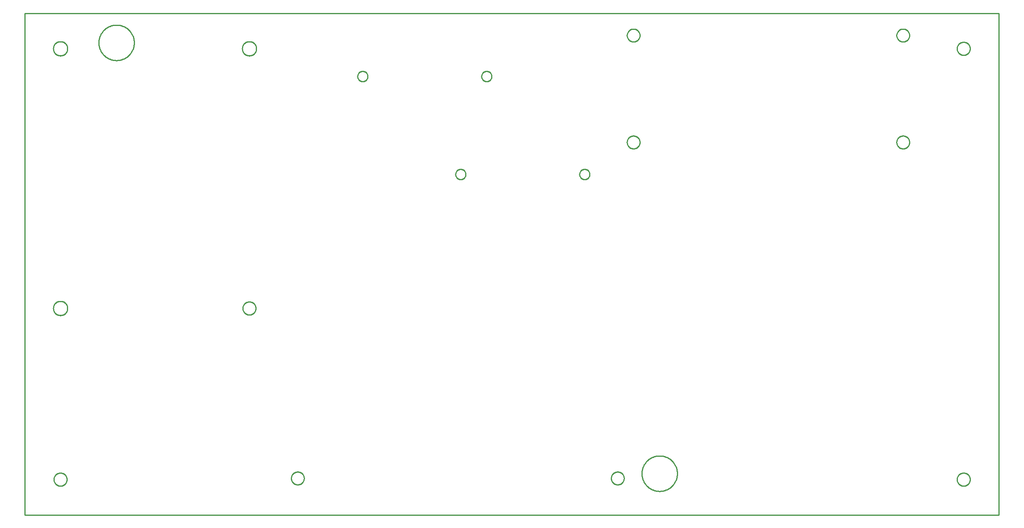
<source format=gbr>
G04 EAGLE Gerber RS-274X export*
G75*
%MOMM*%
%FSLAX34Y34*%
%LPD*%
%IN*%
%IPPOS*%
%AMOC8*
5,1,8,0,0,1.08239X$1,22.5*%
G01*
%ADD10C,0.254000*%


D10*
X-31750Y-63500D02*
X2063750Y-63500D01*
X2063750Y1016000D01*
X-31750Y1016000D01*
X-31750Y-63500D01*
X2001520Y939301D02*
X2001449Y938306D01*
X2001307Y937318D01*
X2001095Y936343D01*
X2000814Y935385D01*
X2000465Y934451D01*
X2000050Y933543D01*
X1999572Y932667D01*
X1999033Y931828D01*
X1998435Y931029D01*
X1997781Y930275D01*
X1997075Y929569D01*
X1996321Y928915D01*
X1995523Y928317D01*
X1994683Y927778D01*
X1993807Y927300D01*
X1992900Y926885D01*
X1991965Y926536D01*
X1991007Y926255D01*
X1990032Y926043D01*
X1989044Y925901D01*
X1988049Y925830D01*
X1987051Y925830D01*
X1986056Y925901D01*
X1985068Y926043D01*
X1984093Y926255D01*
X1983135Y926536D01*
X1982201Y926885D01*
X1981293Y927300D01*
X1980417Y927778D01*
X1979578Y928317D01*
X1978779Y928915D01*
X1978025Y929569D01*
X1977319Y930275D01*
X1976665Y931029D01*
X1976067Y931828D01*
X1975528Y932667D01*
X1975050Y933543D01*
X1974635Y934451D01*
X1974286Y935385D01*
X1974005Y936343D01*
X1973793Y937318D01*
X1973651Y938306D01*
X1973580Y939301D01*
X1973580Y940299D01*
X1973651Y941294D01*
X1973793Y942282D01*
X1974005Y943257D01*
X1974286Y944215D01*
X1974635Y945150D01*
X1975050Y946057D01*
X1975528Y946933D01*
X1976067Y947773D01*
X1976665Y948571D01*
X1977319Y949325D01*
X1978025Y950031D01*
X1978779Y950685D01*
X1979578Y951283D01*
X1980417Y951822D01*
X1981293Y952300D01*
X1982201Y952715D01*
X1983135Y953064D01*
X1984093Y953345D01*
X1985068Y953557D01*
X1986056Y953699D01*
X1987051Y953770D01*
X1988049Y953770D01*
X1989044Y953699D01*
X1990032Y953557D01*
X1991007Y953345D01*
X1991965Y953064D01*
X1992900Y952715D01*
X1993807Y952300D01*
X1994683Y951822D01*
X1995523Y951283D01*
X1996321Y950685D01*
X1997075Y950031D01*
X1997781Y949325D01*
X1998435Y948571D01*
X1999033Y947773D01*
X1999572Y946933D01*
X2000050Y946057D01*
X2000465Y945150D01*
X2000814Y944215D01*
X2001095Y943257D01*
X2001307Y942282D01*
X2001449Y941294D01*
X2001520Y940299D01*
X2001520Y939301D01*
X2001520Y12201D02*
X2001449Y11206D01*
X2001307Y10218D01*
X2001095Y9243D01*
X2000814Y8285D01*
X2000465Y7351D01*
X2000050Y6443D01*
X1999572Y5567D01*
X1999033Y4728D01*
X1998435Y3929D01*
X1997781Y3175D01*
X1997075Y2469D01*
X1996321Y1815D01*
X1995523Y1217D01*
X1994683Y678D01*
X1993807Y200D01*
X1992900Y-215D01*
X1991965Y-564D01*
X1991007Y-845D01*
X1990032Y-1057D01*
X1989044Y-1199D01*
X1988049Y-1270D01*
X1987051Y-1270D01*
X1986056Y-1199D01*
X1985068Y-1057D01*
X1984093Y-845D01*
X1983135Y-564D01*
X1982201Y-215D01*
X1981293Y200D01*
X1980417Y678D01*
X1979578Y1217D01*
X1978779Y1815D01*
X1978025Y2469D01*
X1977319Y3175D01*
X1976665Y3929D01*
X1976067Y4728D01*
X1975528Y5567D01*
X1975050Y6443D01*
X1974635Y7351D01*
X1974286Y8285D01*
X1974005Y9243D01*
X1973793Y10218D01*
X1973651Y11206D01*
X1973580Y12201D01*
X1973580Y13199D01*
X1973651Y14194D01*
X1973793Y15182D01*
X1974005Y16157D01*
X1974286Y17115D01*
X1974635Y18050D01*
X1975050Y18957D01*
X1975528Y19833D01*
X1976067Y20673D01*
X1976665Y21471D01*
X1977319Y22225D01*
X1978025Y22931D01*
X1978779Y23585D01*
X1979578Y24183D01*
X1980417Y24722D01*
X1981293Y25200D01*
X1982201Y25615D01*
X1983135Y25964D01*
X1984093Y26245D01*
X1985068Y26457D01*
X1986056Y26599D01*
X1987051Y26670D01*
X1988049Y26670D01*
X1989044Y26599D01*
X1990032Y26457D01*
X1991007Y26245D01*
X1991965Y25964D01*
X1992900Y25615D01*
X1993807Y25200D01*
X1994683Y24722D01*
X1995523Y24183D01*
X1996321Y23585D01*
X1997075Y22931D01*
X1997781Y22225D01*
X1998435Y21471D01*
X1999033Y20673D01*
X1999572Y19833D01*
X2000050Y18957D01*
X2000465Y18050D01*
X2000814Y17115D01*
X2001095Y16157D01*
X2001307Y15182D01*
X2001449Y14194D01*
X2001520Y13199D01*
X2001520Y12201D01*
X58420Y12201D02*
X58349Y11206D01*
X58207Y10218D01*
X57995Y9243D01*
X57714Y8285D01*
X57365Y7351D01*
X56950Y6443D01*
X56472Y5567D01*
X55933Y4728D01*
X55335Y3929D01*
X54681Y3175D01*
X53975Y2469D01*
X53221Y1815D01*
X52423Y1217D01*
X51583Y678D01*
X50707Y200D01*
X49800Y-215D01*
X48865Y-564D01*
X47907Y-845D01*
X46932Y-1057D01*
X45944Y-1199D01*
X44949Y-1270D01*
X43951Y-1270D01*
X42956Y-1199D01*
X41968Y-1057D01*
X40993Y-845D01*
X40035Y-564D01*
X39101Y-215D01*
X38193Y200D01*
X37317Y678D01*
X36478Y1217D01*
X35679Y1815D01*
X34925Y2469D01*
X34219Y3175D01*
X33565Y3929D01*
X32967Y4728D01*
X32428Y5567D01*
X31950Y6443D01*
X31535Y7351D01*
X31186Y8285D01*
X30905Y9243D01*
X30693Y10218D01*
X30551Y11206D01*
X30480Y12201D01*
X30480Y13199D01*
X30551Y14194D01*
X30693Y15182D01*
X30905Y16157D01*
X31186Y17115D01*
X31535Y18050D01*
X31950Y18957D01*
X32428Y19833D01*
X32967Y20673D01*
X33565Y21471D01*
X34219Y22225D01*
X34925Y22931D01*
X35679Y23585D01*
X36478Y24183D01*
X37317Y24722D01*
X38193Y25200D01*
X39101Y25615D01*
X40035Y25964D01*
X40993Y26245D01*
X41968Y26457D01*
X42956Y26599D01*
X43951Y26670D01*
X44949Y26670D01*
X45944Y26599D01*
X46932Y26457D01*
X47907Y26245D01*
X48865Y25964D01*
X49800Y25615D01*
X50707Y25200D01*
X51583Y24722D01*
X52423Y24183D01*
X53221Y23585D01*
X53975Y22931D01*
X54681Y22225D01*
X55335Y21471D01*
X55933Y20673D01*
X56472Y19833D01*
X56950Y18957D01*
X57365Y18050D01*
X57714Y17115D01*
X57995Y16157D01*
X58207Y15182D01*
X58349Y14194D01*
X58420Y13199D01*
X58420Y12201D01*
X203200Y951669D02*
X203127Y950008D01*
X202983Y948351D01*
X202766Y946703D01*
X202477Y945065D01*
X202117Y943442D01*
X201687Y941836D01*
X201187Y940250D01*
X200618Y938688D01*
X199982Y937152D01*
X199279Y935645D01*
X198511Y934170D01*
X197680Y932730D01*
X196787Y931328D01*
X195833Y929966D01*
X194821Y928647D01*
X193752Y927373D01*
X192629Y926147D01*
X191453Y924971D01*
X190227Y923848D01*
X188953Y922779D01*
X187634Y921767D01*
X186272Y920813D01*
X184870Y919920D01*
X183430Y919089D01*
X181955Y918321D01*
X180448Y917618D01*
X178912Y916982D01*
X177350Y916413D01*
X175764Y915913D01*
X174158Y915483D01*
X172535Y915123D01*
X170897Y914834D01*
X169249Y914617D01*
X167592Y914473D01*
X165931Y914400D01*
X164269Y914400D01*
X162608Y914473D01*
X160951Y914617D01*
X159303Y914834D01*
X157665Y915123D01*
X156042Y915483D01*
X154436Y915913D01*
X152850Y916413D01*
X151288Y916982D01*
X149752Y917618D01*
X148245Y918321D01*
X146770Y919089D01*
X145330Y919920D01*
X143928Y920813D01*
X142566Y921767D01*
X141247Y922779D01*
X139973Y923848D01*
X138747Y924971D01*
X137571Y926147D01*
X136448Y927373D01*
X135379Y928647D01*
X134367Y929966D01*
X133413Y931328D01*
X132520Y932730D01*
X131689Y934170D01*
X130921Y935645D01*
X130218Y937152D01*
X129582Y938688D01*
X129013Y940250D01*
X128513Y941836D01*
X128083Y943442D01*
X127723Y945065D01*
X127434Y946703D01*
X127217Y948351D01*
X127073Y950008D01*
X127000Y951669D01*
X127000Y953331D01*
X127073Y954992D01*
X127217Y956649D01*
X127434Y958297D01*
X127723Y959935D01*
X128083Y961558D01*
X128513Y963164D01*
X129013Y964750D01*
X129582Y966312D01*
X130218Y967848D01*
X130921Y969355D01*
X131689Y970830D01*
X132520Y972270D01*
X133413Y973672D01*
X134367Y975034D01*
X135379Y976353D01*
X136448Y977627D01*
X137571Y978853D01*
X138747Y980029D01*
X139973Y981152D01*
X141247Y982221D01*
X142566Y983233D01*
X143928Y984187D01*
X145330Y985080D01*
X146770Y985911D01*
X148245Y986679D01*
X149752Y987382D01*
X151288Y988018D01*
X152850Y988587D01*
X154436Y989087D01*
X156042Y989517D01*
X157665Y989877D01*
X159303Y990166D01*
X160951Y990383D01*
X162608Y990527D01*
X164269Y990600D01*
X165931Y990600D01*
X167592Y990527D01*
X169249Y990383D01*
X170897Y990166D01*
X172535Y989877D01*
X174158Y989517D01*
X175764Y989087D01*
X177350Y988587D01*
X178912Y988018D01*
X180448Y987382D01*
X181955Y986679D01*
X183430Y985911D01*
X184870Y985080D01*
X186272Y984187D01*
X187634Y983233D01*
X188953Y982221D01*
X190227Y981152D01*
X191453Y980029D01*
X192629Y978853D01*
X193752Y977627D01*
X194821Y976353D01*
X195833Y975034D01*
X196787Y973672D01*
X197680Y972270D01*
X198511Y970830D01*
X199279Y969355D01*
X199982Y967848D01*
X200618Y966312D01*
X201187Y964750D01*
X201687Y963164D01*
X202117Y961558D01*
X202477Y959935D01*
X202766Y958297D01*
X202983Y956649D01*
X203127Y954992D01*
X203200Y953331D01*
X203200Y951669D01*
X1371600Y24569D02*
X1371527Y22908D01*
X1371383Y21251D01*
X1371166Y19603D01*
X1370877Y17965D01*
X1370517Y16342D01*
X1370087Y14736D01*
X1369587Y13150D01*
X1369018Y11588D01*
X1368382Y10052D01*
X1367679Y8545D01*
X1366911Y7070D01*
X1366080Y5630D01*
X1365187Y4228D01*
X1364233Y2866D01*
X1363221Y1547D01*
X1362152Y273D01*
X1361029Y-953D01*
X1359853Y-2129D01*
X1358627Y-3252D01*
X1357353Y-4321D01*
X1356034Y-5333D01*
X1354672Y-6287D01*
X1353270Y-7180D01*
X1351830Y-8011D01*
X1350355Y-8779D01*
X1348848Y-9482D01*
X1347312Y-10118D01*
X1345750Y-10687D01*
X1344164Y-11187D01*
X1342558Y-11617D01*
X1340935Y-11977D01*
X1339297Y-12266D01*
X1337649Y-12483D01*
X1335992Y-12627D01*
X1334331Y-12700D01*
X1332669Y-12700D01*
X1331008Y-12627D01*
X1329351Y-12483D01*
X1327703Y-12266D01*
X1326065Y-11977D01*
X1324442Y-11617D01*
X1322836Y-11187D01*
X1321250Y-10687D01*
X1319688Y-10118D01*
X1318152Y-9482D01*
X1316645Y-8779D01*
X1315170Y-8011D01*
X1313730Y-7180D01*
X1312328Y-6287D01*
X1310966Y-5333D01*
X1309647Y-4321D01*
X1308373Y-3252D01*
X1307147Y-2129D01*
X1305971Y-953D01*
X1304848Y273D01*
X1303779Y1547D01*
X1302767Y2866D01*
X1301813Y4228D01*
X1300920Y5630D01*
X1300089Y7070D01*
X1299321Y8545D01*
X1298618Y10052D01*
X1297982Y11588D01*
X1297413Y13150D01*
X1296913Y14736D01*
X1296483Y16342D01*
X1296123Y17965D01*
X1295834Y19603D01*
X1295617Y21251D01*
X1295473Y22908D01*
X1295400Y24569D01*
X1295400Y26231D01*
X1295473Y27892D01*
X1295617Y29549D01*
X1295834Y31197D01*
X1296123Y32835D01*
X1296483Y34458D01*
X1296913Y36064D01*
X1297413Y37650D01*
X1297982Y39212D01*
X1298618Y40748D01*
X1299321Y42255D01*
X1300089Y43730D01*
X1300920Y45170D01*
X1301813Y46572D01*
X1302767Y47934D01*
X1303779Y49253D01*
X1304848Y50527D01*
X1305971Y51753D01*
X1307147Y52929D01*
X1308373Y54052D01*
X1309647Y55121D01*
X1310966Y56133D01*
X1312328Y57087D01*
X1313730Y57980D01*
X1315170Y58811D01*
X1316645Y59579D01*
X1318152Y60282D01*
X1319688Y60918D01*
X1321250Y61487D01*
X1322836Y61987D01*
X1324442Y62417D01*
X1326065Y62777D01*
X1327703Y63066D01*
X1329351Y63283D01*
X1331008Y63427D01*
X1332669Y63500D01*
X1334331Y63500D01*
X1335992Y63427D01*
X1337649Y63283D01*
X1339297Y63066D01*
X1340935Y62777D01*
X1342558Y62417D01*
X1344164Y61987D01*
X1345750Y61487D01*
X1347312Y60918D01*
X1348848Y60282D01*
X1350355Y59579D01*
X1351830Y58811D01*
X1353270Y57980D01*
X1354672Y57087D01*
X1356034Y56133D01*
X1357353Y55121D01*
X1358627Y54052D01*
X1359853Y52929D01*
X1361029Y51753D01*
X1362152Y50527D01*
X1363221Y49253D01*
X1364233Y47934D01*
X1365187Y46572D01*
X1366080Y45170D01*
X1366911Y43730D01*
X1367679Y42255D01*
X1368382Y40748D01*
X1369018Y39212D01*
X1369587Y37650D01*
X1370087Y36064D01*
X1370517Y34458D01*
X1370877Y32835D01*
X1371166Y31197D01*
X1371383Y29549D01*
X1371527Y27892D01*
X1371600Y26231D01*
X1371600Y24569D01*
X1843550Y968791D02*
X1843620Y969771D01*
X1843760Y970743D01*
X1843969Y971703D01*
X1844245Y972645D01*
X1844589Y973565D01*
X1844997Y974459D01*
X1845467Y975321D01*
X1845998Y976147D01*
X1846587Y976933D01*
X1847230Y977675D01*
X1847925Y978370D01*
X1848667Y979013D01*
X1849453Y979602D01*
X1850279Y980133D01*
X1851141Y980603D01*
X1852035Y981011D01*
X1852955Y981355D01*
X1853897Y981631D01*
X1854857Y981840D01*
X1855829Y981980D01*
X1856809Y982050D01*
X1857791Y982050D01*
X1858771Y981980D01*
X1859743Y981840D01*
X1860703Y981631D01*
X1861645Y981355D01*
X1862565Y981011D01*
X1863459Y980603D01*
X1864321Y980133D01*
X1865147Y979602D01*
X1865933Y979013D01*
X1866675Y978370D01*
X1867370Y977675D01*
X1868013Y976933D01*
X1868602Y976147D01*
X1869133Y975321D01*
X1869603Y974459D01*
X1870011Y973565D01*
X1870355Y972645D01*
X1870631Y971703D01*
X1870840Y970743D01*
X1870980Y969771D01*
X1871050Y968791D01*
X1871050Y967809D01*
X1870980Y966829D01*
X1870840Y965857D01*
X1870631Y964897D01*
X1870355Y963955D01*
X1870011Y963035D01*
X1869603Y962141D01*
X1869133Y961279D01*
X1868602Y960453D01*
X1868013Y959667D01*
X1867370Y958925D01*
X1866675Y958230D01*
X1865933Y957587D01*
X1865147Y956998D01*
X1864321Y956467D01*
X1863459Y955997D01*
X1862565Y955589D01*
X1861645Y955245D01*
X1860703Y954969D01*
X1859743Y954760D01*
X1858771Y954620D01*
X1857791Y954550D01*
X1856809Y954550D01*
X1855829Y954620D01*
X1854857Y954760D01*
X1853897Y954969D01*
X1852955Y955245D01*
X1852035Y955589D01*
X1851141Y955997D01*
X1850279Y956467D01*
X1849453Y956998D01*
X1848667Y957587D01*
X1847925Y958230D01*
X1847230Y958925D01*
X1846587Y959667D01*
X1845998Y960453D01*
X1845467Y961279D01*
X1844997Y962141D01*
X1844589Y963035D01*
X1844245Y963955D01*
X1843969Y964897D01*
X1843760Y965857D01*
X1843620Y966829D01*
X1843550Y967809D01*
X1843550Y968791D01*
X1843550Y738791D02*
X1843620Y739771D01*
X1843760Y740743D01*
X1843969Y741703D01*
X1844245Y742645D01*
X1844589Y743565D01*
X1844997Y744459D01*
X1845467Y745321D01*
X1845998Y746147D01*
X1846587Y746933D01*
X1847230Y747675D01*
X1847925Y748370D01*
X1848667Y749013D01*
X1849453Y749602D01*
X1850279Y750133D01*
X1851141Y750603D01*
X1852035Y751011D01*
X1852955Y751355D01*
X1853897Y751631D01*
X1854857Y751840D01*
X1855829Y751980D01*
X1856809Y752050D01*
X1857791Y752050D01*
X1858771Y751980D01*
X1859743Y751840D01*
X1860703Y751631D01*
X1861645Y751355D01*
X1862565Y751011D01*
X1863459Y750603D01*
X1864321Y750133D01*
X1865147Y749602D01*
X1865933Y749013D01*
X1866675Y748370D01*
X1867370Y747675D01*
X1868013Y746933D01*
X1868602Y746147D01*
X1869133Y745321D01*
X1869603Y744459D01*
X1870011Y743565D01*
X1870355Y742645D01*
X1870631Y741703D01*
X1870840Y740743D01*
X1870980Y739771D01*
X1871050Y738791D01*
X1871050Y737809D01*
X1870980Y736829D01*
X1870840Y735857D01*
X1870631Y734897D01*
X1870355Y733955D01*
X1870011Y733035D01*
X1869603Y732141D01*
X1869133Y731279D01*
X1868602Y730453D01*
X1868013Y729667D01*
X1867370Y728925D01*
X1866675Y728230D01*
X1865933Y727587D01*
X1865147Y726998D01*
X1864321Y726467D01*
X1863459Y725997D01*
X1862565Y725589D01*
X1861645Y725245D01*
X1860703Y724969D01*
X1859743Y724760D01*
X1858771Y724620D01*
X1857791Y724550D01*
X1856809Y724550D01*
X1855829Y724620D01*
X1854857Y724760D01*
X1853897Y724969D01*
X1852955Y725245D01*
X1852035Y725589D01*
X1851141Y725997D01*
X1850279Y726467D01*
X1849453Y726998D01*
X1848667Y727587D01*
X1847925Y728230D01*
X1847230Y728925D01*
X1846587Y729667D01*
X1845998Y730453D01*
X1845467Y731279D01*
X1844997Y732141D01*
X1844589Y733035D01*
X1844245Y733955D01*
X1843969Y734897D01*
X1843760Y735857D01*
X1843620Y736829D01*
X1843550Y737809D01*
X1843550Y738791D01*
X1263550Y968791D02*
X1263620Y969771D01*
X1263760Y970743D01*
X1263969Y971703D01*
X1264245Y972645D01*
X1264589Y973565D01*
X1264997Y974459D01*
X1265467Y975321D01*
X1265998Y976147D01*
X1266587Y976933D01*
X1267230Y977675D01*
X1267925Y978370D01*
X1268667Y979013D01*
X1269453Y979602D01*
X1270279Y980133D01*
X1271141Y980603D01*
X1272035Y981011D01*
X1272955Y981355D01*
X1273897Y981631D01*
X1274857Y981840D01*
X1275829Y981980D01*
X1276809Y982050D01*
X1277791Y982050D01*
X1278771Y981980D01*
X1279743Y981840D01*
X1280703Y981631D01*
X1281645Y981355D01*
X1282565Y981011D01*
X1283459Y980603D01*
X1284321Y980133D01*
X1285147Y979602D01*
X1285933Y979013D01*
X1286675Y978370D01*
X1287370Y977675D01*
X1288013Y976933D01*
X1288602Y976147D01*
X1289133Y975321D01*
X1289603Y974459D01*
X1290011Y973565D01*
X1290355Y972645D01*
X1290631Y971703D01*
X1290840Y970743D01*
X1290980Y969771D01*
X1291050Y968791D01*
X1291050Y967809D01*
X1290980Y966829D01*
X1290840Y965857D01*
X1290631Y964897D01*
X1290355Y963955D01*
X1290011Y963035D01*
X1289603Y962141D01*
X1289133Y961279D01*
X1288602Y960453D01*
X1288013Y959667D01*
X1287370Y958925D01*
X1286675Y958230D01*
X1285933Y957587D01*
X1285147Y956998D01*
X1284321Y956467D01*
X1283459Y955997D01*
X1282565Y955589D01*
X1281645Y955245D01*
X1280703Y954969D01*
X1279743Y954760D01*
X1278771Y954620D01*
X1277791Y954550D01*
X1276809Y954550D01*
X1275829Y954620D01*
X1274857Y954760D01*
X1273897Y954969D01*
X1272955Y955245D01*
X1272035Y955589D01*
X1271141Y955997D01*
X1270279Y956467D01*
X1269453Y956998D01*
X1268667Y957587D01*
X1267925Y958230D01*
X1267230Y958925D01*
X1266587Y959667D01*
X1265998Y960453D01*
X1265467Y961279D01*
X1264997Y962141D01*
X1264589Y963035D01*
X1264245Y963955D01*
X1263969Y964897D01*
X1263760Y965857D01*
X1263620Y966829D01*
X1263550Y967809D01*
X1263550Y968791D01*
X1263550Y738791D02*
X1263620Y739771D01*
X1263760Y740743D01*
X1263969Y741703D01*
X1264245Y742645D01*
X1264589Y743565D01*
X1264997Y744459D01*
X1265467Y745321D01*
X1265998Y746147D01*
X1266587Y746933D01*
X1267230Y747675D01*
X1267925Y748370D01*
X1268667Y749013D01*
X1269453Y749602D01*
X1270279Y750133D01*
X1271141Y750603D01*
X1272035Y751011D01*
X1272955Y751355D01*
X1273897Y751631D01*
X1274857Y751840D01*
X1275829Y751980D01*
X1276809Y752050D01*
X1277791Y752050D01*
X1278771Y751980D01*
X1279743Y751840D01*
X1280703Y751631D01*
X1281645Y751355D01*
X1282565Y751011D01*
X1283459Y750603D01*
X1284321Y750133D01*
X1285147Y749602D01*
X1285933Y749013D01*
X1286675Y748370D01*
X1287370Y747675D01*
X1288013Y746933D01*
X1288602Y746147D01*
X1289133Y745321D01*
X1289603Y744459D01*
X1290011Y743565D01*
X1290355Y742645D01*
X1290631Y741703D01*
X1290840Y740743D01*
X1290980Y739771D01*
X1291050Y738791D01*
X1291050Y737809D01*
X1290980Y736829D01*
X1290840Y735857D01*
X1290631Y734897D01*
X1290355Y733955D01*
X1290011Y733035D01*
X1289603Y732141D01*
X1289133Y731279D01*
X1288602Y730453D01*
X1288013Y729667D01*
X1287370Y728925D01*
X1286675Y728230D01*
X1285933Y727587D01*
X1285147Y726998D01*
X1284321Y726467D01*
X1283459Y725997D01*
X1282565Y725589D01*
X1281645Y725245D01*
X1280703Y724969D01*
X1279743Y724760D01*
X1278771Y724620D01*
X1277791Y724550D01*
X1276809Y724550D01*
X1275829Y724620D01*
X1274857Y724760D01*
X1273897Y724969D01*
X1272955Y725245D01*
X1272035Y725589D01*
X1271141Y725997D01*
X1270279Y726467D01*
X1269453Y726998D01*
X1268667Y727587D01*
X1267925Y728230D01*
X1267230Y728925D01*
X1266587Y729667D01*
X1265998Y730453D01*
X1265467Y731279D01*
X1264997Y732141D01*
X1264589Y733035D01*
X1264245Y733955D01*
X1263969Y734897D01*
X1263760Y735857D01*
X1263620Y736829D01*
X1263550Y737809D01*
X1263550Y738791D01*
X450306Y924560D02*
X449220Y924638D01*
X448142Y924793D01*
X447079Y925024D01*
X446034Y925331D01*
X445014Y925711D01*
X444024Y926163D01*
X443069Y926685D01*
X442153Y927274D01*
X441281Y927926D01*
X440459Y928639D01*
X439689Y929409D01*
X438976Y930231D01*
X438324Y931103D01*
X437735Y932019D01*
X437213Y932974D01*
X436761Y933964D01*
X436381Y934984D01*
X436074Y936029D01*
X435843Y937092D01*
X435688Y938170D01*
X435610Y939256D01*
X435610Y940344D01*
X435688Y941430D01*
X435843Y942508D01*
X436074Y943571D01*
X436381Y944616D01*
X436761Y945636D01*
X437213Y946626D01*
X437735Y947581D01*
X438324Y948497D01*
X438976Y949369D01*
X439689Y950191D01*
X440459Y950961D01*
X441281Y951674D01*
X442153Y952326D01*
X443069Y952915D01*
X444024Y953437D01*
X445014Y953889D01*
X446034Y954269D01*
X447079Y954576D01*
X448142Y954807D01*
X449220Y954962D01*
X450306Y955040D01*
X451394Y955040D01*
X452480Y954962D01*
X453558Y954807D01*
X454621Y954576D01*
X455666Y954269D01*
X456686Y953889D01*
X457676Y953437D01*
X458631Y952915D01*
X459547Y952326D01*
X460419Y951674D01*
X461241Y950961D01*
X462011Y950191D01*
X462724Y949369D01*
X463376Y948497D01*
X463965Y947581D01*
X464487Y946626D01*
X464939Y945636D01*
X465319Y944616D01*
X465626Y943571D01*
X465857Y942508D01*
X466012Y941430D01*
X466090Y940344D01*
X466090Y939256D01*
X466012Y938170D01*
X465857Y937092D01*
X465626Y936029D01*
X465319Y934984D01*
X464939Y933964D01*
X464487Y932974D01*
X463965Y932019D01*
X463376Y931103D01*
X462724Y930231D01*
X462011Y929409D01*
X461241Y928639D01*
X460419Y927926D01*
X459547Y927274D01*
X458631Y926685D01*
X457676Y926163D01*
X456686Y925711D01*
X455666Y925331D01*
X454621Y925024D01*
X453558Y924793D01*
X452480Y924638D01*
X451394Y924560D01*
X450306Y924560D01*
X43906Y924560D02*
X42820Y924638D01*
X41742Y924793D01*
X40679Y925024D01*
X39634Y925331D01*
X38614Y925711D01*
X37624Y926163D01*
X36669Y926685D01*
X35753Y927274D01*
X34881Y927926D01*
X34059Y928639D01*
X33289Y929409D01*
X32576Y930231D01*
X31924Y931103D01*
X31335Y932019D01*
X30813Y932974D01*
X30361Y933964D01*
X29981Y934984D01*
X29674Y936029D01*
X29443Y937092D01*
X29288Y938170D01*
X29210Y939256D01*
X29210Y940344D01*
X29288Y941430D01*
X29443Y942508D01*
X29674Y943571D01*
X29981Y944616D01*
X30361Y945636D01*
X30813Y946626D01*
X31335Y947581D01*
X31924Y948497D01*
X32576Y949369D01*
X33289Y950191D01*
X34059Y950961D01*
X34881Y951674D01*
X35753Y952326D01*
X36669Y952915D01*
X37624Y953437D01*
X38614Y953889D01*
X39634Y954269D01*
X40679Y954576D01*
X41742Y954807D01*
X42820Y954962D01*
X43906Y955040D01*
X44994Y955040D01*
X46080Y954962D01*
X47158Y954807D01*
X48221Y954576D01*
X49266Y954269D01*
X50286Y953889D01*
X51276Y953437D01*
X52231Y952915D01*
X53147Y952326D01*
X54019Y951674D01*
X54841Y950961D01*
X55611Y950191D01*
X56324Y949369D01*
X56976Y948497D01*
X57565Y947581D01*
X58087Y946626D01*
X58539Y945636D01*
X58919Y944616D01*
X59226Y943571D01*
X59457Y942508D01*
X59612Y941430D01*
X59690Y940344D01*
X59690Y939256D01*
X59612Y938170D01*
X59457Y937092D01*
X59226Y936029D01*
X58919Y934984D01*
X58539Y933964D01*
X58087Y932974D01*
X57565Y932019D01*
X56976Y931103D01*
X56324Y930231D01*
X55611Y929409D01*
X54841Y928639D01*
X54019Y927926D01*
X53147Y927274D01*
X52231Y926685D01*
X51276Y926163D01*
X50286Y925711D01*
X49266Y925331D01*
X48221Y925024D01*
X47158Y924793D01*
X46080Y924638D01*
X44994Y924560D01*
X43906Y924560D01*
X450351Y367030D02*
X449356Y367101D01*
X448368Y367243D01*
X447393Y367455D01*
X446435Y367736D01*
X445501Y368085D01*
X444593Y368500D01*
X443717Y368978D01*
X442878Y369517D01*
X442079Y370115D01*
X441325Y370769D01*
X440619Y371475D01*
X439965Y372229D01*
X439367Y373028D01*
X438828Y373867D01*
X438350Y374743D01*
X437935Y375651D01*
X437586Y376585D01*
X437305Y377543D01*
X437093Y378518D01*
X436951Y379506D01*
X436880Y380501D01*
X436880Y381499D01*
X436951Y382494D01*
X437093Y383482D01*
X437305Y384457D01*
X437586Y385415D01*
X437935Y386350D01*
X438350Y387257D01*
X438828Y388133D01*
X439367Y388973D01*
X439965Y389771D01*
X440619Y390525D01*
X441325Y391231D01*
X442079Y391885D01*
X442878Y392483D01*
X443717Y393022D01*
X444593Y393500D01*
X445501Y393915D01*
X446435Y394264D01*
X447393Y394545D01*
X448368Y394757D01*
X449356Y394899D01*
X450351Y394970D01*
X451349Y394970D01*
X452344Y394899D01*
X453332Y394757D01*
X454307Y394545D01*
X455265Y394264D01*
X456200Y393915D01*
X457107Y393500D01*
X457983Y393022D01*
X458823Y392483D01*
X459621Y391885D01*
X460375Y391231D01*
X461081Y390525D01*
X461735Y389771D01*
X462333Y388973D01*
X462872Y388133D01*
X463350Y387257D01*
X463765Y386350D01*
X464114Y385415D01*
X464395Y384457D01*
X464607Y383482D01*
X464749Y382494D01*
X464820Y381499D01*
X464820Y380501D01*
X464749Y379506D01*
X464607Y378518D01*
X464395Y377543D01*
X464114Y376585D01*
X463765Y375651D01*
X463350Y374743D01*
X462872Y373867D01*
X462333Y373028D01*
X461735Y372229D01*
X461081Y371475D01*
X460375Y370769D01*
X459621Y370115D01*
X458823Y369517D01*
X457983Y368978D01*
X457107Y368500D01*
X456200Y368085D01*
X455265Y367736D01*
X454307Y367455D01*
X453332Y367243D01*
X452344Y367101D01*
X451349Y367030D01*
X450351Y367030D01*
X43906Y365760D02*
X42820Y365838D01*
X41742Y365993D01*
X40679Y366224D01*
X39634Y366531D01*
X38614Y366911D01*
X37624Y367363D01*
X36669Y367885D01*
X35753Y368474D01*
X34881Y369126D01*
X34059Y369839D01*
X33289Y370609D01*
X32576Y371431D01*
X31924Y372303D01*
X31335Y373219D01*
X30813Y374174D01*
X30361Y375164D01*
X29981Y376184D01*
X29674Y377229D01*
X29443Y378292D01*
X29288Y379370D01*
X29210Y380456D01*
X29210Y381544D01*
X29288Y382630D01*
X29443Y383708D01*
X29674Y384771D01*
X29981Y385816D01*
X30361Y386836D01*
X30813Y387826D01*
X31335Y388781D01*
X31924Y389697D01*
X32576Y390569D01*
X33289Y391391D01*
X34059Y392161D01*
X34881Y392874D01*
X35753Y393526D01*
X36669Y394115D01*
X37624Y394637D01*
X38614Y395089D01*
X39634Y395469D01*
X40679Y395776D01*
X41742Y396007D01*
X42820Y396162D01*
X43906Y396240D01*
X44994Y396240D01*
X46080Y396162D01*
X47158Y396007D01*
X48221Y395776D01*
X49266Y395469D01*
X50286Y395089D01*
X51276Y394637D01*
X52231Y394115D01*
X53147Y393526D01*
X54019Y392874D01*
X54841Y392161D01*
X55611Y391391D01*
X56324Y390569D01*
X56976Y389697D01*
X57565Y388781D01*
X58087Y387826D01*
X58539Y386836D01*
X58919Y385816D01*
X59226Y384771D01*
X59457Y383708D01*
X59612Y382630D01*
X59690Y381544D01*
X59690Y380456D01*
X59612Y379370D01*
X59457Y378292D01*
X59226Y377229D01*
X58919Y376184D01*
X58539Y375164D01*
X58087Y374174D01*
X57565Y373219D01*
X56976Y372303D01*
X56324Y371431D01*
X55611Y370609D01*
X54841Y369839D01*
X54019Y369126D01*
X53147Y368474D01*
X52231Y367885D01*
X51276Y367363D01*
X50286Y366911D01*
X49266Y366531D01*
X48221Y366224D01*
X47158Y365993D01*
X46080Y365838D01*
X44994Y365760D01*
X43906Y365760D01*
X1183210Y668858D02*
X1183142Y667996D01*
X1183007Y667142D01*
X1182805Y666302D01*
X1182538Y665480D01*
X1182207Y664681D01*
X1181815Y663911D01*
X1181363Y663174D01*
X1180855Y662475D01*
X1180294Y661817D01*
X1179683Y661206D01*
X1179025Y660645D01*
X1178326Y660137D01*
X1177589Y659685D01*
X1176819Y659293D01*
X1176020Y658962D01*
X1175198Y658695D01*
X1174358Y658493D01*
X1173504Y658358D01*
X1172642Y658290D01*
X1171778Y658290D01*
X1170916Y658358D01*
X1170062Y658493D01*
X1169222Y658695D01*
X1168400Y658962D01*
X1167601Y659293D01*
X1166831Y659685D01*
X1166094Y660137D01*
X1165395Y660645D01*
X1164737Y661206D01*
X1164126Y661817D01*
X1163565Y662475D01*
X1163057Y663174D01*
X1162605Y663911D01*
X1162213Y664681D01*
X1161882Y665480D01*
X1161615Y666302D01*
X1161413Y667142D01*
X1161278Y667996D01*
X1161210Y668858D01*
X1161210Y669722D01*
X1161278Y670584D01*
X1161413Y671438D01*
X1161615Y672278D01*
X1161882Y673100D01*
X1162213Y673899D01*
X1162605Y674669D01*
X1163057Y675406D01*
X1163565Y676105D01*
X1164126Y676763D01*
X1164737Y677374D01*
X1165395Y677935D01*
X1166094Y678443D01*
X1166831Y678895D01*
X1167601Y679287D01*
X1168400Y679618D01*
X1169222Y679885D01*
X1170062Y680087D01*
X1170916Y680222D01*
X1171778Y680290D01*
X1172642Y680290D01*
X1173504Y680222D01*
X1174358Y680087D01*
X1175198Y679885D01*
X1176020Y679618D01*
X1176819Y679287D01*
X1177589Y678895D01*
X1178326Y678443D01*
X1179025Y677935D01*
X1179683Y677374D01*
X1180294Y676763D01*
X1180855Y676105D01*
X1181363Y675406D01*
X1181815Y674669D01*
X1182207Y673899D01*
X1182538Y673100D01*
X1182805Y672278D01*
X1183007Y671438D01*
X1183142Y670584D01*
X1183210Y669722D01*
X1183210Y668858D01*
X972390Y879678D02*
X972322Y878816D01*
X972187Y877962D01*
X971985Y877122D01*
X971718Y876300D01*
X971387Y875501D01*
X970995Y874731D01*
X970543Y873994D01*
X970035Y873295D01*
X969474Y872637D01*
X968863Y872026D01*
X968205Y871465D01*
X967506Y870957D01*
X966769Y870505D01*
X965999Y870113D01*
X965200Y869782D01*
X964378Y869515D01*
X963538Y869313D01*
X962684Y869178D01*
X961822Y869110D01*
X960958Y869110D01*
X960096Y869178D01*
X959242Y869313D01*
X958402Y869515D01*
X957580Y869782D01*
X956781Y870113D01*
X956011Y870505D01*
X955274Y870957D01*
X954575Y871465D01*
X953917Y872026D01*
X953306Y872637D01*
X952745Y873295D01*
X952237Y873994D01*
X951785Y874731D01*
X951393Y875501D01*
X951062Y876300D01*
X950795Y877122D01*
X950593Y877962D01*
X950458Y878816D01*
X950390Y879678D01*
X950390Y880542D01*
X950458Y881404D01*
X950593Y882258D01*
X950795Y883098D01*
X951062Y883920D01*
X951393Y884719D01*
X951785Y885489D01*
X952237Y886226D01*
X952745Y886925D01*
X953306Y887583D01*
X953917Y888194D01*
X954575Y888755D01*
X955274Y889263D01*
X956011Y889715D01*
X956781Y890107D01*
X957580Y890438D01*
X958402Y890705D01*
X959242Y890907D01*
X960096Y891042D01*
X960958Y891110D01*
X961822Y891110D01*
X962684Y891042D01*
X963538Y890907D01*
X964378Y890705D01*
X965200Y890438D01*
X965999Y890107D01*
X966769Y889715D01*
X967506Y889263D01*
X968205Y888755D01*
X968863Y888194D01*
X969474Y887583D01*
X970035Y886925D01*
X970543Y886226D01*
X970995Y885489D01*
X971387Y884719D01*
X971718Y883920D01*
X971985Y883098D01*
X972187Y882258D01*
X972322Y881404D01*
X972390Y880542D01*
X972390Y879678D01*
X554499Y1490D02*
X553519Y1560D01*
X552547Y1700D01*
X551587Y1909D01*
X550645Y2185D01*
X549725Y2529D01*
X548831Y2937D01*
X547969Y3407D01*
X547143Y3938D01*
X546357Y4527D01*
X545615Y5170D01*
X544920Y5865D01*
X544277Y6607D01*
X543688Y7393D01*
X543157Y8219D01*
X542687Y9081D01*
X542279Y9975D01*
X541935Y10895D01*
X541659Y11837D01*
X541450Y12797D01*
X541310Y13769D01*
X541240Y14749D01*
X541240Y15731D01*
X541310Y16711D01*
X541450Y17683D01*
X541659Y18643D01*
X541935Y19585D01*
X542279Y20505D01*
X542687Y21399D01*
X543157Y22261D01*
X543688Y23087D01*
X544277Y23873D01*
X544920Y24615D01*
X545615Y25310D01*
X546357Y25953D01*
X547143Y26542D01*
X547969Y27073D01*
X548831Y27543D01*
X549725Y27951D01*
X550645Y28295D01*
X551587Y28571D01*
X552547Y28780D01*
X553519Y28920D01*
X554499Y28990D01*
X555481Y28990D01*
X556461Y28920D01*
X557433Y28780D01*
X558393Y28571D01*
X559335Y28295D01*
X560255Y27951D01*
X561149Y27543D01*
X562011Y27073D01*
X562837Y26542D01*
X563623Y25953D01*
X564365Y25310D01*
X565060Y24615D01*
X565703Y23873D01*
X566292Y23087D01*
X566823Y22261D01*
X567293Y21399D01*
X567701Y20505D01*
X568045Y19585D01*
X568321Y18643D01*
X568530Y17683D01*
X568670Y16711D01*
X568740Y15731D01*
X568740Y14749D01*
X568670Y13769D01*
X568530Y12797D01*
X568321Y11837D01*
X568045Y10895D01*
X567701Y9975D01*
X567293Y9081D01*
X566823Y8219D01*
X566292Y7393D01*
X565703Y6607D01*
X565060Y5865D01*
X564365Y5170D01*
X563623Y4527D01*
X562837Y3938D01*
X562011Y3407D01*
X561149Y2937D01*
X560255Y2529D01*
X559335Y2185D01*
X558393Y1909D01*
X557433Y1700D01*
X556461Y1560D01*
X555481Y1490D01*
X554499Y1490D01*
X1242839Y1490D02*
X1241859Y1560D01*
X1240887Y1700D01*
X1239927Y1909D01*
X1238985Y2185D01*
X1238065Y2529D01*
X1237171Y2937D01*
X1236309Y3407D01*
X1235483Y3938D01*
X1234697Y4527D01*
X1233955Y5170D01*
X1233260Y5865D01*
X1232617Y6607D01*
X1232028Y7393D01*
X1231497Y8219D01*
X1231027Y9081D01*
X1230619Y9975D01*
X1230275Y10895D01*
X1229999Y11837D01*
X1229790Y12797D01*
X1229650Y13769D01*
X1229580Y14749D01*
X1229580Y15731D01*
X1229650Y16711D01*
X1229790Y17683D01*
X1229999Y18643D01*
X1230275Y19585D01*
X1230619Y20505D01*
X1231027Y21399D01*
X1231497Y22261D01*
X1232028Y23087D01*
X1232617Y23873D01*
X1233260Y24615D01*
X1233955Y25310D01*
X1234697Y25953D01*
X1235483Y26542D01*
X1236309Y27073D01*
X1237171Y27543D01*
X1238065Y27951D01*
X1238985Y28295D01*
X1239927Y28571D01*
X1240887Y28780D01*
X1241859Y28920D01*
X1242839Y28990D01*
X1243821Y28990D01*
X1244801Y28920D01*
X1245773Y28780D01*
X1246733Y28571D01*
X1247675Y28295D01*
X1248595Y27951D01*
X1249489Y27543D01*
X1250351Y27073D01*
X1251177Y26542D01*
X1251963Y25953D01*
X1252705Y25310D01*
X1253400Y24615D01*
X1254043Y23873D01*
X1254632Y23087D01*
X1255163Y22261D01*
X1255633Y21399D01*
X1256041Y20505D01*
X1256385Y19585D01*
X1256661Y18643D01*
X1256870Y17683D01*
X1257010Y16711D01*
X1257080Y15731D01*
X1257080Y14749D01*
X1257010Y13769D01*
X1256870Y12797D01*
X1256661Y11837D01*
X1256385Y10895D01*
X1256041Y9975D01*
X1255633Y9081D01*
X1255163Y8219D01*
X1254632Y7393D01*
X1254043Y6607D01*
X1253400Y5865D01*
X1252705Y5170D01*
X1251963Y4527D01*
X1251177Y3938D01*
X1250351Y3407D01*
X1249489Y2937D01*
X1248595Y2529D01*
X1247675Y2185D01*
X1246733Y1909D01*
X1245773Y1700D01*
X1244801Y1560D01*
X1243821Y1490D01*
X1242839Y1490D01*
X916510Y668858D02*
X916442Y667996D01*
X916307Y667142D01*
X916105Y666302D01*
X915838Y665480D01*
X915507Y664681D01*
X915115Y663911D01*
X914663Y663174D01*
X914155Y662475D01*
X913594Y661817D01*
X912983Y661206D01*
X912325Y660645D01*
X911626Y660137D01*
X910889Y659685D01*
X910119Y659293D01*
X909320Y658962D01*
X908498Y658695D01*
X907658Y658493D01*
X906804Y658358D01*
X905942Y658290D01*
X905078Y658290D01*
X904216Y658358D01*
X903362Y658493D01*
X902522Y658695D01*
X901700Y658962D01*
X900901Y659293D01*
X900131Y659685D01*
X899394Y660137D01*
X898695Y660645D01*
X898037Y661206D01*
X897426Y661817D01*
X896865Y662475D01*
X896357Y663174D01*
X895905Y663911D01*
X895513Y664681D01*
X895182Y665480D01*
X894915Y666302D01*
X894713Y667142D01*
X894578Y667996D01*
X894510Y668858D01*
X894510Y669722D01*
X894578Y670584D01*
X894713Y671438D01*
X894915Y672278D01*
X895182Y673100D01*
X895513Y673899D01*
X895905Y674669D01*
X896357Y675406D01*
X896865Y676105D01*
X897426Y676763D01*
X898037Y677374D01*
X898695Y677935D01*
X899394Y678443D01*
X900131Y678895D01*
X900901Y679287D01*
X901700Y679618D01*
X902522Y679885D01*
X903362Y680087D01*
X904216Y680222D01*
X905078Y680290D01*
X905942Y680290D01*
X906804Y680222D01*
X907658Y680087D01*
X908498Y679885D01*
X909320Y679618D01*
X910119Y679287D01*
X910889Y678895D01*
X911626Y678443D01*
X912325Y677935D01*
X912983Y677374D01*
X913594Y676763D01*
X914155Y676105D01*
X914663Y675406D01*
X915115Y674669D01*
X915507Y673899D01*
X915838Y673100D01*
X916105Y672278D01*
X916307Y671438D01*
X916442Y670584D01*
X916510Y669722D01*
X916510Y668858D01*
X705690Y879678D02*
X705622Y878816D01*
X705487Y877962D01*
X705285Y877122D01*
X705018Y876300D01*
X704687Y875501D01*
X704295Y874731D01*
X703843Y873994D01*
X703335Y873295D01*
X702774Y872637D01*
X702163Y872026D01*
X701505Y871465D01*
X700806Y870957D01*
X700069Y870505D01*
X699299Y870113D01*
X698500Y869782D01*
X697678Y869515D01*
X696838Y869313D01*
X695984Y869178D01*
X695122Y869110D01*
X694258Y869110D01*
X693396Y869178D01*
X692542Y869313D01*
X691702Y869515D01*
X690880Y869782D01*
X690081Y870113D01*
X689311Y870505D01*
X688574Y870957D01*
X687875Y871465D01*
X687217Y872026D01*
X686606Y872637D01*
X686045Y873295D01*
X685537Y873994D01*
X685085Y874731D01*
X684693Y875501D01*
X684362Y876300D01*
X684095Y877122D01*
X683893Y877962D01*
X683758Y878816D01*
X683690Y879678D01*
X683690Y880542D01*
X683758Y881404D01*
X683893Y882258D01*
X684095Y883098D01*
X684362Y883920D01*
X684693Y884719D01*
X685085Y885489D01*
X685537Y886226D01*
X686045Y886925D01*
X686606Y887583D01*
X687217Y888194D01*
X687875Y888755D01*
X688574Y889263D01*
X689311Y889715D01*
X690081Y890107D01*
X690880Y890438D01*
X691702Y890705D01*
X692542Y890907D01*
X693396Y891042D01*
X694258Y891110D01*
X695122Y891110D01*
X695984Y891042D01*
X696838Y890907D01*
X697678Y890705D01*
X698500Y890438D01*
X699299Y890107D01*
X700069Y889715D01*
X700806Y889263D01*
X701505Y888755D01*
X702163Y888194D01*
X702774Y887583D01*
X703335Y886925D01*
X703843Y886226D01*
X704295Y885489D01*
X704687Y884719D01*
X705018Y883920D01*
X705285Y883098D01*
X705487Y882258D01*
X705622Y881404D01*
X705690Y880542D01*
X705690Y879678D01*
M02*

</source>
